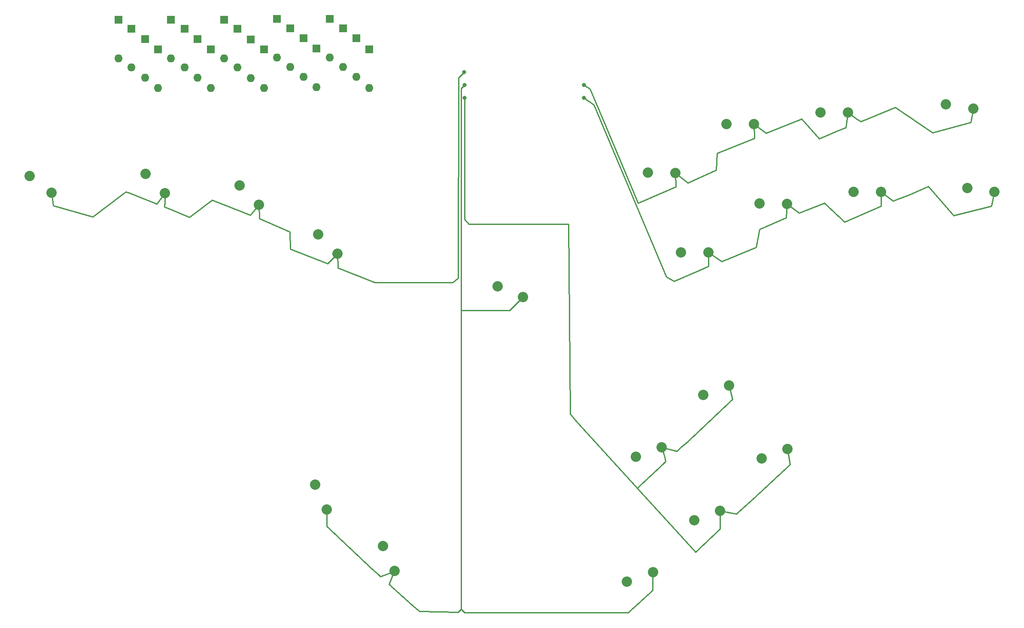
<source format=gbr>
%TF.GenerationSoftware,KiCad,Pcbnew,(6.0.4-0)*%
%TF.CreationDate,2022-07-27T23:48:03+02:00*%
%TF.ProjectId,ergosmash,6572676f-736d-4617-9368-2e6b69636164,rev?*%
%TF.SameCoordinates,Original*%
%TF.FileFunction,Copper,L2,Bot*%
%TF.FilePolarity,Positive*%
%FSLAX46Y46*%
G04 Gerber Fmt 4.6, Leading zero omitted, Abs format (unit mm)*
G04 Created by KiCad (PCBNEW (6.0.4-0)) date 2022-07-27 23:48:03*
%MOMM*%
%LPD*%
G01*
G04 APERTURE LIST*
%TA.AperFunction,ComponentPad*%
%ADD10C,2.032000*%
%TD*%
%TA.AperFunction,ComponentPad*%
%ADD11R,1.600000X1.600000*%
%TD*%
%TA.AperFunction,ComponentPad*%
%ADD12O,1.600000X1.600000*%
%TD*%
%TA.AperFunction,ViaPad*%
%ADD13C,0.800000*%
%TD*%
%TA.AperFunction,Conductor*%
%ADD14C,0.250000*%
%TD*%
G04 APERTURE END LIST*
D10*
%TO.P,SW20,2,2*%
%TO.N,SW20*%
X228011869Y-56570486D03*
%TO.P,SW20,1,1*%
%TO.N,col4*%
X233378405Y-57351696D03*
%TD*%
%TO.P,SW19,2,2*%
%TO.N,SW19*%
X203241397Y-58122687D03*
%TO.P,SW19,1,1*%
%TO.N,col4*%
X208664430Y-58149417D03*
%TD*%
%TO.P,SW18,2,2*%
%TO.N,SW18*%
X184753977Y-60415123D03*
%TO.P,SW18,1,1*%
%TO.N,col4*%
X190177010Y-60441853D03*
%TD*%
%TO.P,SW17,2,2*%
%TO.N,SW17*%
X169225947Y-70032310D03*
%TO.P,SW17,1,1*%
%TO.N,col4*%
X174648980Y-70059040D03*
%TD*%
%TO.P,SW16,2,2*%
%TO.N,SW16*%
X232221571Y-73041321D03*
%TO.P,SW16,1,1*%
%TO.N,col3*%
X237588107Y-73822531D03*
%TD*%
%TO.P,SW15,2,2*%
%TO.N,SW15*%
X209795147Y-73809891D03*
%TO.P,SW15,1,1*%
%TO.N,col3*%
X215218180Y-73836621D03*
%TD*%
%TO.P,SW14,1,1*%
%TO.N,col3*%
X196656239Y-76159167D03*
%TO.P,SW14,2,2*%
%TO.N,SW14*%
X191233206Y-76132437D03*
%TD*%
%TO.P,SW13,1,1*%
%TO.N,col3*%
X181202729Y-85746245D03*
%TO.P,SW13,2,2*%
%TO.N,SW13*%
X175779696Y-85719515D03*
%TD*%
%TO.P,SW12,1,1*%
%TO.N,col2*%
X171973818Y-124190514D03*
%TO.P,SW12,2,2*%
%TO.N,SW12*%
X166868692Y-126020183D03*
%TD*%
%TO.P,SW11,1,1*%
%TO.N,col2*%
X185244812Y-112029890D03*
%TO.P,SW11,2,2*%
%TO.N,SW11*%
X180139686Y-113859559D03*
%TD*%
%TO.P,SW10,1,1*%
%TO.N,col2*%
X183458857Y-136724230D03*
%TO.P,SW10,2,2*%
%TO.N,SW10*%
X178353731Y-138553899D03*
%TD*%
%TO.P,SW9,1,1*%
%TO.N,col2*%
X196729847Y-124563605D03*
%TO.P,SW9,2,2*%
%TO.N,SW9*%
X191624721Y-126393274D03*
%TD*%
%TO.P,SW7,1,1*%
%TO.N,col1*%
X144588470Y-94575535D03*
%TO.P,SW7,2,2*%
%TO.N,SW8*%
X139588470Y-92475535D03*
%TD*%
%TO.P,SW7,1,1*%
%TO.N,col1*%
X170210152Y-148864430D03*
%TO.P,SW7,2,2*%
%TO.N,SW7*%
X165105026Y-150694099D03*
%TD*%
%TO.P,SW6,1,1*%
%TO.N,col1*%
X119314872Y-148544527D03*
%TO.P,SW6,2,2*%
%TO.N,SW6*%
X117004323Y-143638270D03*
%TD*%
%TO.P,SW5,2,2*%
%TO.N,SW5*%
X103586235Y-131535711D03*
%TO.P,SW5,1,1*%
%TO.N,col1*%
X105896784Y-136441968D03*
%TD*%
%TO.P,SW4,2,2*%
%TO.N,SW4*%
X104183724Y-82199424D03*
%TO.P,SW4,1,1*%
%TO.N,col0*%
X108032969Y-86019543D03*
%TD*%
%TO.P,SW3,2,2*%
%TO.N,SW3*%
X88701943Y-72539485D03*
%TO.P,SW3,1,1*%
%TO.N,col0*%
X92551188Y-76359604D03*
%TD*%
%TO.P,SW2,2,2*%
%TO.N,SW2*%
X70158695Y-70270582D03*
%TO.P,SW2,1,1*%
%TO.N,col0*%
X74007940Y-74090701D03*
%TD*%
%TO.P,SW1,2,2*%
%TO.N,SW1*%
X47290051Y-70706102D03*
%TO.P,SW1,1,1*%
%TO.N,col0*%
X51633494Y-73953333D03*
%TD*%
D11*
%TO.P,D20,1,K*%
%TO.N,row3*%
X114300000Y-45731866D03*
D12*
%TO.P,D20,2,A*%
%TO.N,SW20*%
X114300000Y-53351866D03*
%TD*%
%TO.P,D19,2,A*%
%TO.N,SW19*%
X111700000Y-51161864D03*
D11*
%TO.P,D19,1,K*%
%TO.N,row2*%
X111700000Y-43541864D03*
%TD*%
D12*
%TO.P,D18,2,A*%
%TO.N,SW18*%
X109100000Y-49161865D03*
D11*
%TO.P,D18,1,K*%
%TO.N,row1*%
X109100000Y-41541865D03*
%TD*%
D12*
%TO.P,D17,2,A*%
%TO.N,SW17*%
X106500000Y-47351868D03*
D11*
%TO.P,D17,1,K*%
%TO.N,row0*%
X106500000Y-39731868D03*
%TD*%
D12*
%TO.P,D16,2,A*%
%TO.N,SW16*%
X103900000Y-53161866D03*
D11*
%TO.P,D16,1,K*%
%TO.N,row3*%
X103900000Y-45541866D03*
%TD*%
D12*
%TO.P,D15,2,A*%
%TO.N,SW15*%
X101300000Y-51161867D03*
D11*
%TO.P,D15,1,K*%
%TO.N,row2*%
X101300000Y-43541867D03*
%TD*%
D12*
%TO.P,D14,2,A*%
%TO.N,SW14*%
X98700000Y-49161865D03*
D11*
%TO.P,D14,1,K*%
%TO.N,row1*%
X98700000Y-41541865D03*
%TD*%
D12*
%TO.P,D13,2,A*%
%TO.N,SW13*%
X96100000Y-47351864D03*
D11*
%TO.P,D13,1,K*%
%TO.N,row0*%
X96100000Y-39731864D03*
%TD*%
D12*
%TO.P,D12,2,A*%
%TO.N,SW12*%
X93500000Y-53351866D03*
D11*
%TO.P,D12,1,K*%
%TO.N,row3*%
X93500000Y-45731866D03*
%TD*%
D12*
%TO.P,D11,2,A*%
%TO.N,SW11*%
X90900000Y-51351868D03*
D11*
%TO.P,D11,1,K*%
%TO.N,row2*%
X90900000Y-43731868D03*
%TD*%
D12*
%TO.P,D10,2,A*%
%TO.N,SW10*%
X88300000Y-49281869D03*
D11*
%TO.P,D10,1,K*%
%TO.N,row1*%
X88300000Y-41661869D03*
%TD*%
D12*
%TO.P,D9,2,A*%
%TO.N,SW9*%
X85700000Y-47471865D03*
D11*
%TO.P,D9,1,K*%
%TO.N,row0*%
X85700000Y-39851865D03*
%TD*%
D12*
%TO.P,D8,2,A*%
%TO.N,SW8*%
X83047150Y-53351868D03*
D11*
%TO.P,D8,1,K*%
%TO.N,row3*%
X83047150Y-45731868D03*
%TD*%
D12*
%TO.P,D7,2,A*%
%TO.N,SW7*%
X80447156Y-51281864D03*
D11*
%TO.P,D7,1,K*%
%TO.N,row2*%
X80447156Y-43661864D03*
%TD*%
D12*
%TO.P,D6,2,A*%
%TO.N,SW6*%
X77847152Y-49281867D03*
D11*
%TO.P,D6,1,K*%
%TO.N,row1*%
X77847152Y-41661867D03*
%TD*%
%TO.P,D5,1,K*%
%TO.N,row0*%
X75200000Y-39851868D03*
D12*
%TO.P,D5,2,A*%
%TO.N,SW5*%
X75200000Y-47471868D03*
%TD*%
D11*
%TO.P,D4,1,K*%
%TO.N,row3*%
X72600000Y-45661866D03*
D12*
%TO.P,D4,2,A*%
%TO.N,SW4*%
X72600000Y-53281866D03*
%TD*%
D11*
%TO.P,D3,1,K*%
%TO.N,row2*%
X70100000Y-43661864D03*
D12*
%TO.P,D3,2,A*%
%TO.N,SW3*%
X70100000Y-51281864D03*
%TD*%
D11*
%TO.P,D2,1,K*%
%TO.N,row1*%
X67400000Y-41661866D03*
D12*
%TO.P,D2,2,A*%
%TO.N,SW2*%
X67400000Y-49281866D03*
%TD*%
%TO.P,D1,2,A*%
%TO.N,SW1*%
X64800000Y-47471866D03*
D11*
%TO.P,D1,1,K*%
%TO.N,row0*%
X64800000Y-39851866D03*
%TD*%
D13*
%TO.N,col3*%
X156617643Y-55282357D03*
%TO.N,col4*%
X156642357Y-52742357D03*
%TO.N,col2*%
X133094797Y-55282355D03*
%TO.N,col1*%
X133084171Y-52692984D03*
%TO.N,col0*%
X132993543Y-50202355D03*
%TD*%
D14*
%TO.N,col3*%
X156617643Y-55282357D02*
X158600000Y-56600000D01*
X158600000Y-56600000D02*
X172900000Y-90600000D01*
X179300000Y-89300000D02*
X181200000Y-88500000D01*
X172900000Y-90600000D02*
X174400000Y-91400000D01*
X174400000Y-91400000D02*
X179300000Y-89300000D01*
X181200000Y-88500000D02*
X181202729Y-85746245D01*
%TO.N,col4*%
X174648980Y-70059040D02*
X174700000Y-72800000D01*
X174700000Y-72800000D02*
X167300000Y-76000000D01*
X160700000Y-60300000D02*
X157800000Y-53500000D01*
X167300000Y-76000000D02*
X160700000Y-60300000D01*
X157800000Y-53500000D02*
X156642357Y-52742357D01*
X190177010Y-60441853D02*
X190200000Y-63200000D01*
X182900000Y-66200000D02*
X182700000Y-69500000D01*
X190200000Y-63200000D02*
X182900000Y-66200000D01*
X182700000Y-69500000D02*
X178200000Y-71500000D01*
X178200000Y-71500000D02*
X177100000Y-72000000D01*
X177100000Y-72000000D02*
X174648980Y-70059040D01*
X208300000Y-61100000D02*
X206750000Y-61700000D01*
X203000000Y-63300000D02*
X199500000Y-59400000D01*
X206750000Y-61700000D02*
X203000000Y-63300000D01*
X199500000Y-59400000D02*
X192500000Y-62200000D01*
X208664430Y-58149417D02*
X208300000Y-61100000D01*
X192500000Y-62200000D02*
X190177010Y-60441853D01*
X218000000Y-57100000D02*
X211200000Y-59900000D01*
X232900000Y-60100000D02*
X225400000Y-62100000D01*
X233378405Y-57351696D02*
X232900000Y-60100000D01*
X225400000Y-62100000D02*
X218000000Y-57100000D01*
X211200000Y-59900000D02*
X210400000Y-59400000D01*
X210400000Y-59400000D02*
X208664430Y-58149417D01*
%TO.N,col3*%
X181202729Y-85746245D02*
X183800000Y-87500000D01*
X183800000Y-87500000D02*
X190600000Y-84700000D01*
X191200000Y-81200000D02*
X196500000Y-78900000D01*
X196500000Y-78900000D02*
X196656239Y-76159167D01*
X190600000Y-84700000D02*
X191200000Y-81200000D01*
X215218180Y-73836621D02*
X215218180Y-76581820D01*
X215218180Y-76581820D02*
X208000000Y-79700000D01*
X208000000Y-79700000D02*
X204000000Y-76000000D01*
X204000000Y-76000000D02*
X199000000Y-78000000D01*
X199000000Y-78000000D02*
X196656239Y-76159167D01*
X237588107Y-73822531D02*
X237000000Y-76600000D01*
X237000000Y-76600000D02*
X229500000Y-78500000D01*
X229500000Y-78500000D02*
X224500000Y-72700000D01*
X224500000Y-72700000D02*
X220700000Y-74400000D01*
X220700000Y-74400000D02*
X219100000Y-75000000D01*
X219100000Y-75000000D02*
X217600000Y-75600000D01*
X217600000Y-75600000D02*
X215218180Y-73836621D01*
%TO.N,col2*%
X171973823Y-124190514D02*
X174937023Y-124946644D01*
X174937023Y-124946644D02*
X176037023Y-123946644D01*
X176037023Y-123946644D02*
X176737022Y-123346644D01*
X176737022Y-123346644D02*
X185937021Y-114746645D01*
X185937021Y-114746645D02*
X185244813Y-112029890D01*
X167080780Y-132202885D02*
X172237020Y-127446642D01*
X172237020Y-127446642D02*
X172737022Y-126979980D01*
X172737022Y-126979980D02*
X172537022Y-126040738D01*
X172537022Y-126040738D02*
X171973823Y-124190514D01*
X154962746Y-118959973D02*
X167080780Y-132202885D01*
X167080780Y-132202885D02*
X178644086Y-144839580D01*
X183458856Y-136724230D02*
X186637020Y-137346646D01*
X186637020Y-137346646D02*
X190037021Y-134246643D01*
X190037021Y-134246643D02*
X197237021Y-127546645D01*
X197237021Y-127546645D02*
X196729848Y-124563605D01*
X183437021Y-140246645D02*
X183458853Y-140224811D01*
X183458853Y-140224811D02*
X183458856Y-136724230D01*
X178644086Y-144839580D02*
X183437021Y-140246645D01*
X133062742Y-79259971D02*
X133962746Y-80159973D01*
X133094798Y-79227920D02*
X133062742Y-79259971D01*
X133094798Y-70503609D02*
X133094798Y-79227920D01*
X153862745Y-117559972D02*
X154962746Y-118959973D01*
X133962746Y-80159973D02*
X153562744Y-80159972D01*
X153562744Y-80159972D02*
X153762745Y-98512015D01*
X153762745Y-98512015D02*
X153862745Y-117559972D01*
%TO.N,col1*%
X132370288Y-72279099D02*
X132370286Y-97167513D01*
X141962745Y-97201259D02*
X132404032Y-97201260D01*
X132404032Y-97201260D02*
X132370286Y-97167513D01*
X132370286Y-97167513D02*
X132370285Y-156067514D01*
X144588470Y-94575535D02*
X141962745Y-97201259D01*
X119216492Y-148638423D02*
X116462746Y-149659973D01*
X116462746Y-149659973D02*
X116062746Y-149259969D01*
X116062746Y-149259969D02*
X114862747Y-148259972D01*
X114862747Y-148259972D02*
X105862746Y-139759970D01*
X105862746Y-139759970D02*
X105896786Y-138625932D01*
X105896786Y-138625932D02*
X105896785Y-136441970D01*
X132370285Y-156067514D02*
X131777828Y-156659973D01*
X124162744Y-156559971D02*
X122662745Y-155259972D01*
X118162746Y-151159970D02*
X119216492Y-148638423D01*
X131777828Y-156659973D02*
X124162744Y-156559971D01*
X122662745Y-155259972D02*
X118162746Y-151159970D01*
X132370285Y-156067514D02*
X133062746Y-156759973D01*
X133062746Y-156759973D02*
X165362745Y-156759971D01*
X165362745Y-156759971D02*
X170162745Y-152359972D01*
X170162745Y-152359972D02*
X170174453Y-151571680D01*
X170174453Y-151571680D02*
X170174453Y-148825472D01*
%TO.N,col0*%
X74007939Y-74090704D02*
X72384170Y-76192981D01*
X72384170Y-76192981D02*
X66684169Y-73892983D01*
X66284171Y-73792982D02*
X65712831Y-74221643D01*
X66684169Y-73892983D02*
X66284171Y-73792982D01*
X92551189Y-76359604D02*
X90784171Y-78392980D01*
X90784171Y-78392980D02*
X83284173Y-75392982D01*
X78784172Y-78792983D02*
X74984170Y-77192986D01*
X74984170Y-77192986D02*
X73884172Y-76792980D01*
X83284173Y-75392982D02*
X78784172Y-78792983D01*
X73884172Y-76792980D02*
X74007940Y-75569215D01*
X74007940Y-75569215D02*
X74007939Y-74090704D01*
X65712831Y-74221643D02*
X59784169Y-78692985D01*
X59784169Y-78692985D02*
X51984169Y-76492984D01*
X51984169Y-76492984D02*
X51633494Y-73953332D01*
X108032967Y-86019543D02*
X106084171Y-87992983D01*
X92584170Y-79092983D02*
X92551189Y-76359604D01*
X106084171Y-87992983D02*
X98684171Y-85092982D01*
X98684171Y-85092982D02*
X98584171Y-81692983D01*
X98584171Y-81692983D02*
X92584170Y-79092983D01*
X108032967Y-86019543D02*
X108084171Y-88792984D01*
X130684171Y-91692982D02*
X131784172Y-90792983D01*
X108084171Y-88792984D02*
X115384173Y-91692984D01*
X115384173Y-91692984D02*
X130684171Y-91692982D01*
X131784172Y-90792983D02*
X131920767Y-51275133D01*
X131920767Y-51275133D02*
X132993543Y-50202355D01*
%TO.N,col1*%
X132370285Y-53406868D02*
X132370288Y-72279099D01*
X133084171Y-52692984D02*
X132370285Y-53406868D01*
%TO.N,col2*%
X133094797Y-55282355D02*
X133094798Y-70503609D01*
%TD*%
M02*

</source>
